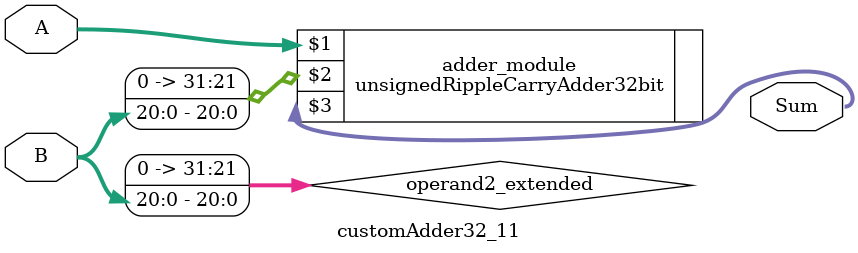
<source format=v>

module customAdder32_11(
                    input [31 : 0] A,
                    input [20 : 0] B,
                    
                    output [32 : 0] Sum
            );

    wire [31 : 0] operand2_extended;
    
    assign operand2_extended =  {11'b0, B};
    
    unsignedRippleCarryAdder32bit adder_module(
        A,
        operand2_extended,
        Sum
    );
    
endmodule
        
</source>
